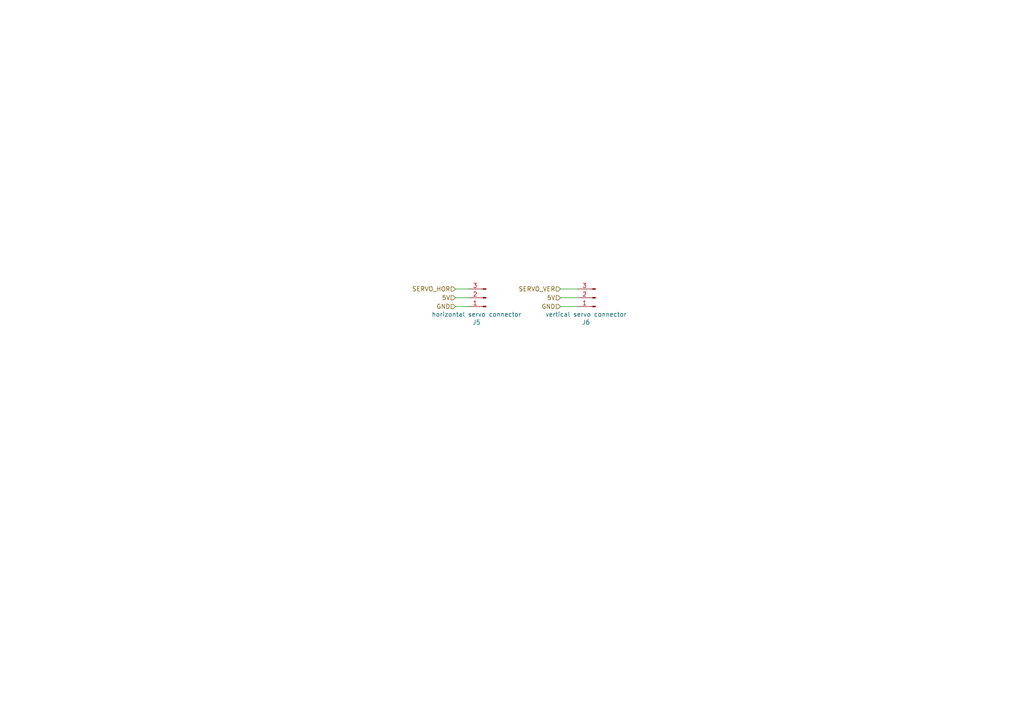
<source format=kicad_sch>
(kicad_sch (version 20211123) (generator eeschema)
  (paper "A4")
  (lib_symbols
    (symbol "Connector:Conn_01x03_Male" (pin_names (offset 1.016) hide)
      (property "Reference" "J" (at 0 5.08 0))
      (property "Value" "Conn_01x03_Male" (at 0 -5.08 0))
      (symbol "Conn_01x03_Male_1_1"
        (polyline (pts (xy 1.27 -2.54) (xy 0.8636 -2.54)) (stroke (width 0.1524)))
        (polyline (pts (xy 1.27 0) (xy 0.8636 0)) (stroke (width 0.1524)))
        (polyline (pts (xy 1.27 2.54) (xy 0.8636 2.54)) (stroke (width 0.1524)))
        (rectangle (start 0.8636 -2.413) (end 0 -2.667) (stroke (width 0.1524)) (fill (type outline)))
        (rectangle (start 0.8636 0.127) (end 0 -0.127) (stroke (width 0.1524)) (fill (type outline)))
        (rectangle (start 0.8636 2.667) (end 0 2.413) (stroke (width 0.1524)) (fill (type outline)))
        (pin passive line (at 5.08 2.54 180) (length 3.81) (name "Pin_1") (number "1"))
        (pin passive line (at 5.08 0 180) (length 3.81) (name "Pin_2") (number "2"))
        (pin passive line (at 5.08 -2.54 180) (length 3.81) (name "Pin_3") (number "3"))
      )
    )
  )
  (wire (pts (xy 132.08 83.82) (xy 135.89 83.82)))
  (wire (pts (xy 135.89 88.9) (xy 132.08 88.9)))
  (wire (pts (xy 135.89 86.36) (xy 132.08 86.36)))
  (wire (pts (xy 167.64 86.36) (xy 162.56 86.36)))
  (wire (pts (xy 167.64 88.9) (xy 162.56 88.9)))
  (wire (pts (xy 162.56 83.82) (xy 167.64 83.82)))
  (hierarchical_label "SERVO_HOR" (shape input) (at 132.08 83.82 180))
  (hierarchical_label "5V" (shape input) (at 132.08 86.36 180))
  (hierarchical_label "GND" (shape input) (at 162.56 88.9 180))
  (hierarchical_label "SERVO_VER" (shape input) (at 162.56 83.82 180))
  (hierarchical_label "5V" (shape input) (at 162.56 86.36 180))
  (hierarchical_label "GND" (shape input) (at 132.08 88.9 180))
  (symbol (lib_id "Connector:Conn_01x03_Male") (at 172.72 86.36 180) (unit 1)
    (property "Reference" "J6" (at 169.9768 93.4974 0))
    (property "Value" "vertical servo connector" (at 169.9768 91.186 0))
    (property "Footprint" "Connector_PinHeader_2.54mm:PinHeader_1x03_P2.54mm_Vertical" (effects hide))
  )
  (symbol (lib_id "Connector:Conn_01x03_Male") (at 140.97 86.36 180) (unit 1)
    (property "Reference" "J5" (at 138.2268 93.4974 0))
    (property "Value" "horizontal servo connector" (at 138.2268 91.186 0))
    (property "Footprint" "Connector_PinHeader_2.54mm:PinHeader_1x03_P2.54mm_Vertical" (effects hide))
  )
)
</source>
